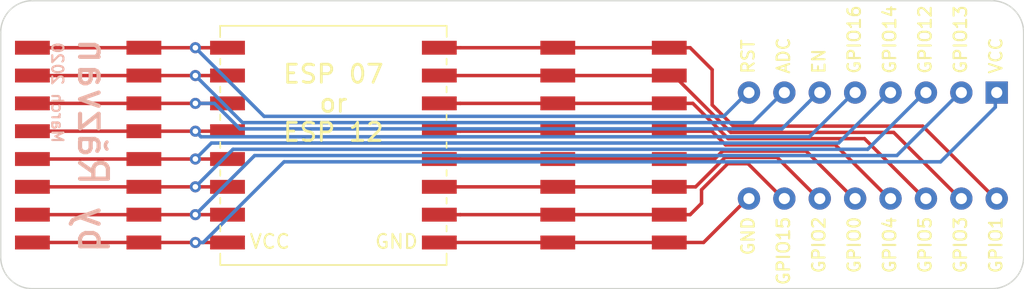
<source format=kicad_pcb>
(kicad_pcb (version 20171130) (host pcbnew "(5.1.5)-3")

  (general
    (thickness 1.6)
    (drawings 12)
    (tracks 93)
    (zones 0)
    (modules 2)
    (nets 17)
  )

  (page A4)
  (layers
    (0 F.Cu signal)
    (31 B.Cu signal)
    (32 B.Adhes user hide)
    (33 F.Adhes user hide)
    (34 B.Paste user hide)
    (35 F.Paste user hide)
    (36 B.SilkS user)
    (37 F.SilkS user)
    (38 B.Mask user)
    (39 F.Mask user)
    (40 Dwgs.User user)
    (41 Cmts.User user)
    (42 Eco1.User user)
    (43 Eco2.User user)
    (44 Edge.Cuts user)
    (45 Margin user)
    (46 B.CrtYd user)
    (47 F.CrtYd user)
    (48 B.Fab user hide)
    (49 F.Fab user hide)
  )

  (setup
    (last_trace_width 0.25)
    (trace_clearance 0.2)
    (zone_clearance 0.508)
    (zone_45_only no)
    (trace_min 0.2)
    (via_size 0.8)
    (via_drill 0.4)
    (via_min_size 0.4)
    (via_min_drill 0.3)
    (uvia_size 0.3)
    (uvia_drill 0.1)
    (uvias_allowed no)
    (uvia_min_size 0.2)
    (uvia_min_drill 0.1)
    (edge_width 0.1)
    (segment_width 0.2)
    (pcb_text_width 0.3)
    (pcb_text_size 1.5 1.5)
    (mod_edge_width 0.15)
    (mod_text_size 1 1)
    (mod_text_width 0.15)
    (pad_size 1.524 1.524)
    (pad_drill 0.762)
    (pad_to_mask_clearance 0)
    (aux_axis_origin 0 0)
    (visible_elements 7FFFFF7F)
    (pcbplotparams
      (layerselection 0x010fc_ffffffff)
      (usegerberextensions false)
      (usegerberattributes false)
      (usegerberadvancedattributes false)
      (creategerberjobfile false)
      (excludeedgelayer true)
      (linewidth 0.100000)
      (plotframeref false)
      (viasonmask false)
      (mode 1)
      (useauxorigin false)
      (hpglpennumber 1)
      (hpglpenspeed 20)
      (hpglpendiameter 15.000000)
      (psnegative false)
      (psa4output false)
      (plotreference true)
      (plotvalue true)
      (plotinvisibletext false)
      (padsonsilk false)
      (subtractmaskfromsilk false)
      (outputformat 1)
      (mirror false)
      (drillshape 0)
      (scaleselection 1)
      (outputdirectory "Gerber/"))
  )

  (net 0 "")
  (net 1 "Net-(ESP-7-Pad10)")
  (net 2 "Net-(ESP-7-Pad9)")
  (net 3 "Net-(ESP-7-Pad11)")
  (net 4 "Net-(ESP-7-Pad15)")
  (net 5 "Net-(ESP-7-Pad16)")
  (net 6 "Net-(ESP-7-Pad14)")
  (net 7 "Net-(ESP-7-Pad13)")
  (net 8 "Net-(ESP-7-Pad12)")
  (net 9 "Net-(ESP-7-Pad4)")
  (net 10 "Net-(ESP-7-Pad5)")
  (net 11 "Net-(ESP-7-Pad1)")
  (net 12 "Net-(ESP-7-Pad6)")
  (net 13 "Net-(ESP-7-Pad2)")
  (net 14 "Net-(ESP-7-Pad8)")
  (net 15 "Net-(ESP-7-Pad3)")
  (net 16 "Net-(ESP-7-Pad7)")

  (net_class Default "This is the default net class."
    (clearance 0.2)
    (trace_width 0.25)
    (via_dia 0.8)
    (via_drill 0.4)
    (uvia_dia 0.3)
    (uvia_drill 0.1)
    (add_net "Net-(ESP-7-Pad1)")
    (add_net "Net-(ESP-7-Pad10)")
    (add_net "Net-(ESP-7-Pad11)")
    (add_net "Net-(ESP-7-Pad12)")
    (add_net "Net-(ESP-7-Pad13)")
    (add_net "Net-(ESP-7-Pad14)")
    (add_net "Net-(ESP-7-Pad15)")
    (add_net "Net-(ESP-7-Pad16)")
    (add_net "Net-(ESP-7-Pad2)")
    (add_net "Net-(ESP-7-Pad3)")
    (add_net "Net-(ESP-7-Pad4)")
    (add_net "Net-(ESP-7-Pad5)")
    (add_net "Net-(ESP-7-Pad6)")
    (add_net "Net-(ESP-7-Pad7)")
    (add_net "Net-(ESP-7-Pad8)")
    (add_net "Net-(ESP-7-Pad9)")
  )

  (module ArduinoUnoMultiProgrammerAdapters:ESP07BreaboardSocket (layer F.Cu) (tedit 5E52A0E8) (tstamp 5E52FEFE)
    (at 189.865 100.3554 90)
    (descr "16-lead though-hole mounted DIP package, row spacing 7.62 mm (300 mils)")
    (tags "THT DIP DIL PDIP 2.54mm 7.62mm 300mil")
    (path /5E50BF8B)
    (fp_text reference J1 (at 0.3302 0.0762 270) (layer F.SilkS) hide
      (effects (font (size 1 1) (thickness 0.15)))
    )
    (fp_text value Conn_02x08_Counter_Clockwise (at 0.0254 -9.7214 270) (layer F.Fab)
      (effects (font (size 1 1) (thickness 0.15)))
    )
    (fp_text user GPIO1 (at -7.119857 10.3241 90) (layer F.SilkS)
      (effects (font (size 0.9 0.9) (thickness 0.15)))
    )
    (fp_text user GPIO3 (at -7.119857 7.7841 90) (layer F.SilkS)
      (effects (font (size 0.9 0.9) (thickness 0.15)))
    )
    (fp_text user GPIO5 (at -7.119857 5.2441 90) (layer F.SilkS)
      (effects (font (size 0.9 0.9) (thickness 0.15)))
    )
    (fp_text user GPIO4 (at -7.119857 2.7041 90) (layer F.SilkS)
      (effects (font (size 0.9 0.9) (thickness 0.15)))
    )
    (fp_text user GPIO0 (at -7.119857 0.1641 90) (layer F.SilkS)
      (effects (font (size 0.9 0.9) (thickness 0.15)))
    )
    (fp_text user GPIO2 (at -7.119857 -2.3759 90) (layer F.SilkS)
      (effects (font (size 0.9 0.9) (thickness 0.15)))
    )
    (fp_text user GPIO15 (at -7.548428 -4.9159 90) (layer F.SilkS)
      (effects (font (size 0.9 0.9) (thickness 0.15)))
    )
    (fp_text user GND (at -6.477 -7.4559 90) (layer F.SilkS)
      (effects (font (size 0.9 0.9) (thickness 0.15)))
    )
    (fp_text user RST (at 6.4262 -7.4559 90) (layer F.SilkS)
      (effects (font (size 0.9 0.9) (thickness 0.15)))
    )
    (fp_text user ADC (at 6.490486 -4.9159 90) (layer F.SilkS)
      (effects (font (size 0.9 0.9) (thickness 0.15)))
    )
    (fp_text user EN (at 6.083343 -2.3759 90) (layer F.SilkS)
      (effects (font (size 0.9 0.9) (thickness 0.15)))
    )
    (fp_text user GPIO16 (at 7.647629 0.1641 90) (layer F.SilkS)
      (effects (font (size 0.9 0.9) (thickness 0.15)))
    )
    (fp_text user GPIO14 (at 7.647629 2.7041 90) (layer F.SilkS)
      (effects (font (size 0.9 0.9) (thickness 0.15)))
    )
    (fp_text user GPIO12 (at 7.647629 5.2441 90) (layer F.SilkS)
      (effects (font (size 0.9 0.9) (thickness 0.15)))
    )
    (fp_text user GPIO13 (at 7.647629 7.7841 90) (layer F.SilkS)
      (effects (font (size 0.9 0.9) (thickness 0.15)))
    )
    (fp_text user VCC (at 6.490486 10.3241 90) (layer F.SilkS)
      (effects (font (size 0.9 0.9) (thickness 0.15)))
    )
    (fp_line (start -4.8646 11.9386) (end 4.9354 11.9386) (layer F.CrtYd) (width 0.05))
    (fp_line (start -4.8646 -8.9114) (end -4.8646 11.9386) (layer F.CrtYd) (width 0.05))
    (fp_line (start 4.9354 -8.9114) (end -4.8646 -8.9114) (layer F.CrtYd) (width 0.05))
    (fp_line (start 4.9354 11.9386) (end 4.9354 -8.9114) (layer F.CrtYd) (width 0.05))
    (pad 16 thru_hole oval (at -3.7846 10.3886 270) (size 1.6 1.6) (drill 0.8) (layers *.Cu *.Mask)
      (net 5 "Net-(ESP-7-Pad16)"))
    (pad 1 thru_hole oval (at 3.8354 -7.3914 270) (size 1.6 1.6) (drill 0.8) (layers *.Cu *.Mask)
      (net 11 "Net-(ESP-7-Pad1)"))
    (pad 15 thru_hole oval (at -3.7846 7.8486 270) (size 1.6 1.6) (drill 0.8) (layers *.Cu *.Mask)
      (net 4 "Net-(ESP-7-Pad15)"))
    (pad 2 thru_hole oval (at 3.8354 -4.8514 270) (size 1.6 1.6) (drill 0.8) (layers *.Cu *.Mask)
      (net 13 "Net-(ESP-7-Pad2)"))
    (pad 14 thru_hole oval (at -3.7846 5.3086 270) (size 1.6 1.6) (drill 0.8) (layers *.Cu *.Mask)
      (net 6 "Net-(ESP-7-Pad14)"))
    (pad 3 thru_hole oval (at 3.8354 -2.3114 270) (size 1.6 1.6) (drill 0.8) (layers *.Cu *.Mask)
      (net 15 "Net-(ESP-7-Pad3)"))
    (pad 13 thru_hole oval (at -3.7846 2.7686 270) (size 1.6 1.6) (drill 0.8) (layers *.Cu *.Mask)
      (net 7 "Net-(ESP-7-Pad13)"))
    (pad 4 thru_hole oval (at 3.8354 0.2286 270) (size 1.6 1.6) (drill 0.8) (layers *.Cu *.Mask)
      (net 9 "Net-(ESP-7-Pad4)"))
    (pad 12 thru_hole oval (at -3.7846 0.2286 270) (size 1.6 1.6) (drill 0.8) (layers *.Cu *.Mask)
      (net 8 "Net-(ESP-7-Pad12)"))
    (pad 5 thru_hole oval (at 3.8354 2.7686 270) (size 1.6 1.6) (drill 0.8) (layers *.Cu *.Mask)
      (net 10 "Net-(ESP-7-Pad5)"))
    (pad 11 thru_hole oval (at -3.7846 -2.3114 270) (size 1.6 1.6) (drill 0.8) (layers *.Cu *.Mask)
      (net 3 "Net-(ESP-7-Pad11)"))
    (pad 6 thru_hole oval (at 3.8354 5.3086 270) (size 1.6 1.6) (drill 0.8) (layers *.Cu *.Mask)
      (net 12 "Net-(ESP-7-Pad6)"))
    (pad 10 thru_hole oval (at -3.7846 -4.8514 270) (size 1.6 1.6) (drill 0.8) (layers *.Cu *.Mask)
      (net 1 "Net-(ESP-7-Pad10)"))
    (pad 7 thru_hole oval (at 3.8354 7.8486 270) (size 1.6 1.6) (drill 0.8) (layers *.Cu *.Mask)
      (net 16 "Net-(ESP-7-Pad7)"))
    (pad 9 thru_hole oval (at -3.7846 -7.3914 270) (size 1.6 1.6) (drill 0.8) (layers *.Cu *.Mask)
      (net 2 "Net-(ESP-7-Pad9)"))
    (pad 8 thru_hole rect (at 3.8354 10.3886) (size 1.6 1.6) (drill 0.8) (layers *.Cu *.Mask)
      (net 14 "Net-(ESP-7-Pad8)"))
  )

  (module ArduinoUnoMultiProgrammerAdapters:ESP-07Socket (layer F.Cu) (tedit 5E50C358) (tstamp 5E5168F4)
    (at 152.654 98.197)
    (descr "Wi-Fi Module, http://wiki.ai-thinker.com/_media/esp8266/docs/a007ps01a2_esp-07_product_specification_v1.2.pdf")
    (tags "Wi-Fi Module")
    (path /5E407C46)
    (attr smd)
    (fp_text reference ESP-7 (at 0 -7.4295) (layer F.SilkS) hide
      (effects (font (size 1 1) (thickness 0.15)))
    )
    (fp_text value "ESP 07" (at 0 9.6) (layer F.Fab)
      (effects (font (size 1 1) (thickness 0.15)))
    )
    (fp_line (start 8.128 -6.477) (end -8.128 -6.477) (layer F.SilkS) (width 0.12))
    (fp_line (start 8.128 -5.6864) (end 8.128 -6.477) (layer F.SilkS) (width 0.12))
    (fp_line (start -8.128 -5.6642) (end -8.128 -6.477) (layer F.SilkS) (width 0.12))
    (fp_text user GND (at 4.524285 9.0325) (layer F.SilkS)
      (effects (font (size 1 1) (thickness 0.15)))
    )
    (fp_text user VCC (at -4.564072 9.0325) (layer F.SilkS)
      (effects (font (size 1 1) (thickness 0.15)))
    )
    (fp_line (start -8.001 -6.35) (end 7.999 -6.35) (layer F.Fab) (width 0.1))
    (fp_line (start 8.001 -6.35) (end 8 10.6) (layer F.Fab) (width 0.1))
    (fp_line (start 8 10.6) (end -8 10.6) (layer F.Fab) (width 0.1))
    (fp_line (start -8 10.6) (end -8 -4.4) (layer F.Fab) (width 0.1))
    (fp_line (start -8 -4.65) (end -7.5 -5.15) (layer F.Fab) (width 0.1))
    (fp_line (start -7.5 -4.65) (end -8 -5.15) (layer F.Fab) (width 0.1))
    (fp_line (start -8 -5.4) (end -8.001 -6.35) (layer F.Fab) (width 0.1))
    (fp_line (start -9.0932 -6.604) (end 9.1068 -6.604) (layer F.CrtYd) (width 0.05))
    (fp_line (start 9.1068 -6.604) (end 9.1 10.85) (layer F.CrtYd) (width 0.05))
    (fp_line (start 9.1 10.85) (end -9.1 10.85) (layer F.CrtYd) (width 0.05))
    (fp_line (start -9.1 10.85) (end -9.0932 -6.604) (layer F.CrtYd) (width 0.05))
    (fp_line (start 8.12 9.9) (end 8.12 10.72) (layer F.SilkS) (width 0.12))
    (fp_line (start 8.12 10.72) (end -8.12 10.72) (layer F.SilkS) (width 0.12))
    (fp_line (start -8.12 10.72) (end -8.12 9.9) (layer F.SilkS) (width 0.12))
    (fp_line (start -8.12 8.3) (end -8.12 7.9) (layer F.SilkS) (width 0.12))
    (fp_line (start 8.12 8.3) (end 8.12 7.9) (layer F.SilkS) (width 0.12))
    (fp_line (start -8.12 6.3) (end -8.12 5.9) (layer F.SilkS) (width 0.12))
    (fp_line (start 8.12 6.3) (end 8.12 5.9) (layer F.SilkS) (width 0.12))
    (fp_line (start -8.12 4.3) (end -8.12 3.9) (layer F.SilkS) (width 0.12))
    (fp_line (start 8.12 4.3) (end 8.12 3.9) (layer F.SilkS) (width 0.12))
    (fp_line (start -8.12 2.3) (end -8.12 1.9) (layer F.SilkS) (width 0.12))
    (fp_line (start 8.12 2.3) (end 8.12 1.9) (layer F.SilkS) (width 0.12))
    (fp_line (start -8.12 0.3) (end -8.12 -0.1) (layer F.SilkS) (width 0.12))
    (fp_line (start 8.12 0.3) (end 8.12 -0.1) (layer F.SilkS) (width 0.12))
    (fp_line (start -8.12 -1.7) (end -8.12 -2.1) (layer F.SilkS) (width 0.12))
    (fp_line (start 8.12 -1.7) (end 8.12 -2.1) (layer F.SilkS) (width 0.12))
    (fp_line (start -8.12 -3.7) (end -8.12 -4.1) (layer F.SilkS) (width 0.12))
    (fp_line (start 8.12 -3.7) (end 8.12 -4.1) (layer F.SilkS) (width 0.12))
    (pad 10 smd rect (at 24.1 7.1) (size 2.5 1) (layers F.Cu F.Paste F.Mask)
      (net 1 "Net-(ESP-7-Pad10)"))
    (pad 9 smd rect (at 24.1 9.1) (size 2.5 1) (layers F.Cu F.Paste F.Mask)
      (net 2 "Net-(ESP-7-Pad9)"))
    (pad 11 smd rect (at 24.1 5.1) (size 2.5 1) (layers F.Cu F.Paste F.Mask)
      (net 3 "Net-(ESP-7-Pad11)"))
    (pad 15 smd rect (at 24.1 -2.9) (size 2.5 1) (layers F.Cu F.Paste F.Mask)
      (net 4 "Net-(ESP-7-Pad15)"))
    (pad 16 smd rect (at 24.1 -4.9) (size 2.5 1) (layers F.Cu F.Paste F.Mask)
      (net 5 "Net-(ESP-7-Pad16)"))
    (pad 14 smd rect (at 24.1 -0.9) (size 2.5 1) (layers F.Cu F.Paste F.Mask)
      (net 6 "Net-(ESP-7-Pad14)"))
    (pad 13 smd rect (at 24.1 1.1) (size 2.5 1) (layers F.Cu F.Paste F.Mask)
      (net 7 "Net-(ESP-7-Pad13)"))
    (pad 12 smd rect (at 24.1 3.1) (size 2.5 1) (layers F.Cu F.Paste F.Mask)
      (net 8 "Net-(ESP-7-Pad12)"))
    (pad 9 smd rect (at 16.1 9.1) (size 2.5 1) (layers F.Cu F.Paste F.Mask)
      (net 2 "Net-(ESP-7-Pad9)"))
    (pad 14 smd rect (at 16.1 -0.9) (size 2.5 1) (layers F.Cu F.Paste F.Mask)
      (net 6 "Net-(ESP-7-Pad14)"))
    (pad 10 smd rect (at 16.1 7.1) (size 2.5 1) (layers F.Cu F.Paste F.Mask)
      (net 1 "Net-(ESP-7-Pad10)"))
    (pad 11 smd rect (at 16.1 5.1) (size 2.5 1) (layers F.Cu F.Paste F.Mask)
      (net 3 "Net-(ESP-7-Pad11)"))
    (pad 12 smd rect (at 16.1 3.1) (size 2.5 1) (layers F.Cu F.Paste F.Mask)
      (net 8 "Net-(ESP-7-Pad12)"))
    (pad 15 smd rect (at 16.1 -2.9) (size 2.5 1) (layers F.Cu F.Paste F.Mask)
      (net 4 "Net-(ESP-7-Pad15)"))
    (pad 16 smd rect (at 16.1 -4.9) (size 2.5 1) (layers F.Cu F.Paste F.Mask)
      (net 5 "Net-(ESP-7-Pad16)"))
    (pad 13 smd rect (at 16.1 1.1) (size 2.5 1) (layers F.Cu F.Paste F.Mask)
      (net 7 "Net-(ESP-7-Pad13)"))
    (pad 4 smd rect (at -21.6 1.1) (size 2.5 1) (layers F.Cu F.Paste F.Mask)
      (net 9 "Net-(ESP-7-Pad4)"))
    (pad 5 smd rect (at -21.6 3.1) (size 2.5 1) (layers F.Cu F.Paste F.Mask)
      (net 10 "Net-(ESP-7-Pad5)"))
    (pad 1 smd rect (at -21.6 -4.9) (size 2.5 1) (layers F.Cu F.Paste F.Mask)
      (net 11 "Net-(ESP-7-Pad1)"))
    (pad 6 smd rect (at -21.6 5.1) (size 2.5 1) (layers F.Cu F.Paste F.Mask)
      (net 12 "Net-(ESP-7-Pad6)"))
    (pad 2 smd rect (at -21.6 -2.9) (size 2.5 1) (layers F.Cu F.Paste F.Mask)
      (net 13 "Net-(ESP-7-Pad2)"))
    (pad 8 smd rect (at -21.6 9.1) (size 2.5 1) (layers F.Cu F.Paste F.Mask)
      (net 14 "Net-(ESP-7-Pad8)"))
    (pad 3 smd rect (at -21.6 -0.9) (size 2.5 1) (layers F.Cu F.Paste F.Mask)
      (net 15 "Net-(ESP-7-Pad3)"))
    (pad 7 smd rect (at -21.6 7.1) (size 2.5 1) (layers F.Cu F.Paste F.Mask)
      (net 16 "Net-(ESP-7-Pad7)"))
    (pad 1 smd rect (at -13.6 -4.9) (size 2.5 1) (layers F.Cu F.Paste F.Mask)
      (net 11 "Net-(ESP-7-Pad1)"))
    (pad 3 smd rect (at -13.6 -0.9) (size 2.5 1) (layers F.Cu F.Paste F.Mask)
      (net 15 "Net-(ESP-7-Pad3)"))
    (pad 7 smd rect (at -13.6 7.1) (size 2.5 1) (layers F.Cu F.Paste F.Mask)
      (net 16 "Net-(ESP-7-Pad7)"))
    (pad 2 smd rect (at -13.6 -2.9) (size 2.5 1) (layers F.Cu F.Paste F.Mask)
      (net 13 "Net-(ESP-7-Pad2)"))
    (pad 4 smd rect (at -13.6 1.1) (size 2.5 1) (layers F.Cu F.Paste F.Mask)
      (net 9 "Net-(ESP-7-Pad4)"))
    (pad 5 smd rect (at -13.6 3.1) (size 2.5 1) (layers F.Cu F.Paste F.Mask)
      (net 10 "Net-(ESP-7-Pad5)"))
    (pad 6 smd rect (at -13.6 5.1) (size 2.5 1) (layers F.Cu F.Paste F.Mask)
      (net 12 "Net-(ESP-7-Pad6)"))
    (pad 8 smd rect (at -13.6 9.1) (size 2.5 1) (layers F.Cu F.Paste F.Mask)
      (net 14 "Net-(ESP-7-Pad8)"))
    (pad 1 smd rect (at -7.6 -4.9) (size 2.5 1) (layers F.Cu F.Paste F.Mask)
      (net 11 "Net-(ESP-7-Pad1)"))
    (pad 2 smd rect (at -7.6 -2.9) (size 2.5 1) (layers F.Cu F.Paste F.Mask)
      (net 13 "Net-(ESP-7-Pad2)"))
    (pad 3 smd rect (at -7.6 -0.9) (size 2.5 1) (layers F.Cu F.Paste F.Mask)
      (net 15 "Net-(ESP-7-Pad3)"))
    (pad 4 smd rect (at -7.6 1.1) (size 2.5 1) (layers F.Cu F.Paste F.Mask)
      (net 9 "Net-(ESP-7-Pad4)"))
    (pad 5 smd rect (at -7.6 3.1) (size 2.5 1) (layers F.Cu F.Paste F.Mask)
      (net 10 "Net-(ESP-7-Pad5)"))
    (pad 6 smd rect (at -7.6 5.1) (size 2.5 1) (layers F.Cu F.Paste F.Mask)
      (net 12 "Net-(ESP-7-Pad6)"))
    (pad 7 smd rect (at -7.6 7.1) (size 2.5 1) (layers F.Cu F.Paste F.Mask)
      (net 16 "Net-(ESP-7-Pad7)"))
    (pad 8 smd rect (at -7.6 9.1) (size 2.5 1) (layers F.Cu F.Paste F.Mask)
      (net 14 "Net-(ESP-7-Pad8)"))
    (pad 9 smd rect (at 7.6 9.1) (size 2.5 1) (layers F.Cu F.Paste F.Mask)
      (net 2 "Net-(ESP-7-Pad9)"))
    (pad 10 smd rect (at 7.6 7.1) (size 2.5 1) (layers F.Cu F.Paste F.Mask)
      (net 1 "Net-(ESP-7-Pad10)"))
    (pad 11 smd rect (at 7.6 5.1) (size 2.5 1) (layers F.Cu F.Paste F.Mask)
      (net 3 "Net-(ESP-7-Pad11)"))
    (pad 12 smd rect (at 7.6 3.1) (size 2.5 1) (layers F.Cu F.Paste F.Mask)
      (net 8 "Net-(ESP-7-Pad12)"))
    (pad 13 smd rect (at 7.6 1.1) (size 2.5 1) (layers F.Cu F.Paste F.Mask)
      (net 7 "Net-(ESP-7-Pad13)"))
    (pad 14 smd rect (at 7.6 -0.9) (size 2.5 1) (layers F.Cu F.Paste F.Mask)
      (net 6 "Net-(ESP-7-Pad14)"))
    (pad 15 smd rect (at 7.6 -2.9) (size 2.5 1) (layers F.Cu F.Paste F.Mask)
      (net 4 "Net-(ESP-7-Pad15)"))
    (pad 16 smd rect (at 7.6 -4.9) (size 2.5 1) (layers F.Cu F.Paste F.Mask)
      (net 5 "Net-(ESP-7-Pad16)"))
    (model ${KISYS3DMOD}/RF_Module.3dshapes/ESP-07.wrl
      (at (xyz 0 0 0))
      (scale (xyz 1 1 1))
      (rotate (xyz 0 0 0))
    )
  )

  (gr_text "ESP 07\nor\nESP 12" (at 152.654 97.282) (layer F.SilkS)
    (effects (font (size 1.3 1.3) (thickness 0.2)))
  )
  (gr_text "March 2020" (at 132.842 96.52 -90) (layer B.SilkS) (tstamp 5E51887B)
    (effects (font (size 0.8 0.8) (thickness 0.15)) (justify mirror))
  )
  (gr_arc (start 136.652 100.33) (end 136.398 100.076) (angle -90) (layer B.SilkS) (width 0.25) (tstamp 5E518823))
  (gr_text "by Razvan" (at 135.382 100.33 -90) (layer B.SilkS) (tstamp 5E518826)
    (effects (font (size 2 2) (thickness 0.3)) (justify mirror))
  )
  (gr_arc (start 131.064 92.202) (end 131.064 89.916) (angle -90) (layer Edge.Cuts) (width 0.1))
  (gr_arc (start 199.898 92.202) (end 202.184 92.202) (angle -90) (layer Edge.Cuts) (width 0.1))
  (gr_arc (start 199.898 108.331) (end 199.898 110.617) (angle -90) (layer Edge.Cuts) (width 0.1))
  (gr_arc (start 131.064 108.331) (end 128.778 108.331) (angle -90) (layer Edge.Cuts) (width 0.1) (tstamp 5E525D1F))
  (gr_line (start 131.064 89.916) (end 199.898 89.916) (layer Edge.Cuts) (width 0.1))
  (gr_line (start 128.778 108.331) (end 128.778 92.202) (layer Edge.Cuts) (width 0.1))
  (gr_line (start 199.898 110.617) (end 131.064 110.617) (layer Edge.Cuts) (width 0.1))
  (gr_line (start 202.184 92.202) (end 202.184 108.331) (layer Edge.Cuts) (width 0.1))

  (segment (start 161.754 105.297) (end 176.754 105.297) (width 0.25) (layer F.Cu) (net 1))
  (segment (start 160.254 105.297) (end 161.754 105.297) (width 0.25) (layer F.Cu) (net 1))
  (segment (start 179.07 104.481) (end 179.07 103.50782) (width 0.25) (layer F.Cu) (net 1))
  (segment (start 176.754 105.297) (end 178.254 105.297) (width 0.25) (layer F.Cu) (net 1))
  (segment (start 178.254 105.297) (end 179.07 104.481) (width 0.25) (layer F.Cu) (net 1))
  (segment (start 179.07 103.50782) (end 180.94476 101.63306) (width 0.25) (layer F.Cu) (net 1))
  (segment (start 182.40506 101.63306) (end 184.912 104.14) (width 0.25) (layer F.Cu) (net 1))
  (segment (start 180.94476 101.63306) (end 182.40506 101.63306) (width 0.25) (layer F.Cu) (net 1))
  (segment (start 160.254 107.297) (end 176.754 107.297) (width 0.25) (layer F.Cu) (net 2))
  (segment (start 179.215 107.297) (end 176.754 107.297) (width 0.25) (layer F.Cu) (net 2))
  (segment (start 182.372 104.14) (end 179.215 107.297) (width 0.25) (layer F.Cu) (net 2))
  (segment (start 160.254 103.297) (end 176.754 103.297) (width 0.25) (layer F.Cu) (net 3))
  (segment (start 184.49505 101.18305) (end 187.452 104.14) (width 0.25) (layer F.Cu) (net 3))
  (segment (start 180.75836 101.18305) (end 184.49505 101.18305) (width 0.25) (layer F.Cu) (net 3))
  (segment (start 176.754 103.297) (end 178.64441 103.297) (width 0.25) (layer F.Cu) (net 3))
  (segment (start 178.64441 103.297) (end 180.75836 101.18305) (width 0.25) (layer F.Cu) (net 3))
  (segment (start 160.254 95.297) (end 176.754 95.297) (width 0.25) (layer F.Cu) (net 4))
  (segment (start 177.08359 95.297) (end 181.1696 99.38301) (width 0.25) (layer F.Cu) (net 4))
  (segment (start 176.754 95.297) (end 177.08359 95.297) (width 0.25) (layer F.Cu) (net 4))
  (segment (start 192.85501 99.38301) (end 197.612 104.14) (width 0.25) (layer F.Cu) (net 4))
  (segment (start 181.1696 99.38301) (end 192.85501 99.38301) (width 0.25) (layer F.Cu) (net 4))
  (segment (start 161.754 93.297) (end 176.754 93.297) (width 0.25) (layer F.Cu) (net 5))
  (segment (start 160.254 93.297) (end 161.754 93.297) (width 0.25) (layer F.Cu) (net 5))
  (segment (start 178.254 93.297) (end 179.832 94.875) (width 0.25) (layer F.Cu) (net 5))
  (segment (start 176.754 93.297) (end 178.254 93.297) (width 0.25) (layer F.Cu) (net 5))
  (segment (start 179.832 94.875) (end 179.832 97.409) (width 0.25) (layer F.Cu) (net 5))
  (segment (start 179.832 97.409) (end 181.356 98.933) (width 0.25) (layer F.Cu) (net 5))
  (segment (start 194.945 98.933) (end 200.152 104.14) (width 0.25) (layer F.Cu) (net 5))
  (segment (start 181.356 98.933) (end 194.945 98.933) (width 0.25) (layer F.Cu) (net 5))
  (segment (start 161.754 97.297) (end 176.754 97.297) (width 0.25) (layer F.Cu) (net 6))
  (segment (start 160.254 97.297) (end 161.754 97.297) (width 0.25) (layer F.Cu) (net 6))
  (segment (start 178.44718 97.297) (end 180.9832 99.83302) (width 0.25) (layer F.Cu) (net 6))
  (segment (start 176.754 97.297) (end 178.44718 97.297) (width 0.25) (layer F.Cu) (net 6))
  (segment (start 190.76502 99.83302) (end 195.072 104.14) (width 0.25) (layer F.Cu) (net 6))
  (segment (start 180.9832 99.83302) (end 190.76502 99.83302) (width 0.25) (layer F.Cu) (net 6))
  (segment (start 161.754 99.297) (end 176.754 99.297) (width 0.25) (layer F.Cu) (net 7))
  (segment (start 160.254 99.297) (end 161.754 99.297) (width 0.25) (layer F.Cu) (net 7))
  (segment (start 176.754 99.297) (end 179.81077 99.297) (width 0.25) (layer F.Cu) (net 7))
  (segment (start 179.81077 99.297) (end 180.7968 100.28303) (width 0.25) (layer F.Cu) (net 7))
  (segment (start 188.67503 100.28303) (end 192.532 104.14) (width 0.25) (layer F.Cu) (net 7))
  (segment (start 180.7968 100.28303) (end 188.67503 100.28303) (width 0.25) (layer F.Cu) (net 7))
  (segment (start 161.754 101.297) (end 176.754 101.297) (width 0.25) (layer F.Cu) (net 8))
  (segment (start 160.254 101.297) (end 161.754 101.297) (width 0.25) (layer F.Cu) (net 8))
  (segment (start 176.754 101.297) (end 180.008 101.297) (width 0.25) (layer F.Cu) (net 8))
  (segment (start 180.59118 100.71382) (end 180.6104 100.73304) (width 0.25) (layer F.Cu) (net 8))
  (segment (start 180.008 101.297) (end 180.59118 100.71382) (width 0.25) (layer F.Cu) (net 8))
  (segment (start 186.58504 100.73304) (end 189.992 104.14) (width 0.25) (layer F.Cu) (net 8))
  (segment (start 180.6104 100.73304) (end 186.58504 100.73304) (width 0.25) (layer F.Cu) (net 8))
  (via (at 142.748 99.297) (size 0.8) (drill 0.4) (layers F.Cu B.Cu) (net 9))
  (segment (start 145.054 99.297) (end 131.054 99.297) (width 0.25) (layer F.Cu) (net 9))
  (segment (start 189.192001 97.319999) (end 189.992 96.52) (width 0.25) (layer B.Cu) (net 9))
  (segment (start 143.147999 99.696999) (end 186.815001 99.696999) (width 0.25) (layer B.Cu) (net 9))
  (segment (start 186.815001 99.696999) (end 189.192001 97.319999) (width 0.25) (layer B.Cu) (net 9))
  (segment (start 142.748 99.297) (end 143.147999 99.696999) (width 0.25) (layer B.Cu) (net 9))
  (via (at 142.748 101.297) (size 0.8) (drill 0.4) (layers F.Cu B.Cu) (net 10))
  (segment (start 145.054 101.297) (end 131.054 101.297) (width 0.25) (layer F.Cu) (net 10))
  (segment (start 142.748 101.297) (end 143.897991 100.147009) (width 0.25) (layer B.Cu) (net 10))
  (segment (start 188.904991 100.147009) (end 192.532 96.52) (width 0.25) (layer B.Cu) (net 10))
  (segment (start 143.897991 100.147009) (end 188.904991 100.147009) (width 0.25) (layer B.Cu) (net 10))
  (via (at 142.748 93.297) (size 0.8) (drill 0.4) (layers F.Cu B.Cu) (net 11))
  (segment (start 145.054 93.297) (end 131.054 93.297) (width 0.25) (layer F.Cu) (net 11))
  (segment (start 142.748 93.297) (end 147.67999 98.22899) (width 0.25) (layer B.Cu) (net 11))
  (segment (start 180.66301 98.22899) (end 182.372 96.52) (width 0.25) (layer B.Cu) (net 11))
  (segment (start 147.67999 98.22899) (end 180.66301 98.22899) (width 0.25) (layer B.Cu) (net 11))
  (via (at 142.748 103.297) (size 0.8) (drill 0.4) (layers F.Cu B.Cu) (net 12))
  (segment (start 145.054 103.297) (end 131.054 103.297) (width 0.25) (layer F.Cu) (net 12))
  (segment (start 142.748 103.297) (end 145.447981 100.597019) (width 0.25) (layer B.Cu) (net 12))
  (segment (start 190.994981 100.597019) (end 195.072 96.52) (width 0.25) (layer B.Cu) (net 12))
  (segment (start 145.447981 100.597019) (end 190.994981 100.597019) (width 0.25) (layer B.Cu) (net 12))
  (via (at 142.748 95.297) (size 0.8) (drill 0.4) (layers F.Cu B.Cu) (net 13))
  (segment (start 145.054 95.297) (end 131.054 95.297) (width 0.25) (layer F.Cu) (net 13))
  (segment (start 142.748 95.297) (end 146.13 98.679) (width 0.25) (layer B.Cu) (net 13))
  (segment (start 182.753 98.679) (end 184.912 96.52) (width 0.25) (layer B.Cu) (net 13))
  (segment (start 146.13 98.679) (end 182.753 98.679) (width 0.25) (layer B.Cu) (net 13))
  (via (at 142.748 107.297) (size 0.8) (drill 0.4) (layers F.Cu B.Cu) (net 14))
  (segment (start 145.054 107.297) (end 131.054 107.297) (width 0.25) (layer F.Cu) (net 14))
  (segment (start 143.313685 107.297) (end 149.113646 101.497039) (width 0.25) (layer B.Cu) (net 14))
  (segment (start 142.748 107.297) (end 143.313685 107.297) (width 0.25) (layer B.Cu) (net 14))
  (segment (start 200.152 97.57) (end 200.152 96.52) (width 0.25) (layer B.Cu) (net 14))
  (segment (start 196.224961 101.497039) (end 200.152 97.57) (width 0.25) (layer B.Cu) (net 14))
  (segment (start 149.113646 101.497039) (end 196.224961 101.497039) (width 0.25) (layer B.Cu) (net 14))
  (via (at 142.748 97.297) (size 0.8) (drill 0.4) (layers F.Cu B.Cu) (net 15))
  (segment (start 145.054 97.297) (end 131.054 97.297) (width 0.25) (layer F.Cu) (net 15))
  (segment (start 186.652001 97.319999) (end 187.452 96.52) (width 0.25) (layer B.Cu) (net 15))
  (segment (start 145.9436 99.12901) (end 184.84299 99.12901) (width 0.25) (layer B.Cu) (net 15))
  (segment (start 144.11159 97.297) (end 145.9436 99.12901) (width 0.25) (layer B.Cu) (net 15))
  (segment (start 184.84299 99.12901) (end 186.652001 97.319999) (width 0.25) (layer B.Cu) (net 15))
  (segment (start 142.748 97.297) (end 144.11159 97.297) (width 0.25) (layer B.Cu) (net 15))
  (via (at 142.748 105.297) (size 0.8) (drill 0.4) (layers F.Cu B.Cu) (net 16))
  (segment (start 145.054 105.297) (end 131.054 105.297) (width 0.25) (layer F.Cu) (net 16))
  (segment (start 142.748 105.297) (end 146.997971 101.047029) (width 0.25) (layer B.Cu) (net 16))
  (segment (start 193.084971 101.047029) (end 197.612 96.52) (width 0.25) (layer B.Cu) (net 16))
  (segment (start 146.997971 101.047029) (end 193.084971 101.047029) (width 0.25) (layer B.Cu) (net 16))

)

</source>
